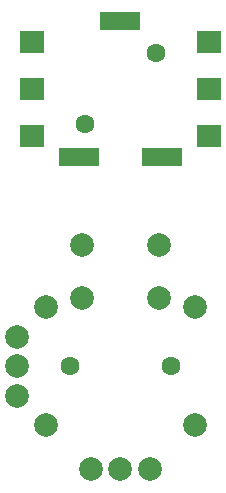
<source format=gbr>
%TF.GenerationSoftware,KiCad,Pcbnew,6.0.11-3.fc37*%
%TF.CreationDate,2023-09-06T08:49:03-04:00*%
%TF.ProjectId,gameKey-PCB-ThumbCluster,67616d65-4b65-4792-9d50-43422d546875,rev?*%
%TF.SameCoordinates,Original*%
%TF.FileFunction,Soldermask,Top*%
%TF.FilePolarity,Negative*%
%FSLAX46Y46*%
G04 Gerber Fmt 4.6, Leading zero omitted, Abs format (unit mm)*
G04 Created by KiCad (PCBNEW 6.0.11-3.fc37) date 2023-09-06 08:49:03*
%MOMM*%
%LPD*%
G01*
G04 APERTURE LIST*
%ADD10R,3.500000X1.500000*%
%ADD11C,1.600000*%
%ADD12R,2.000000X1.900000*%
%ADD13C,2.000000*%
G04 APERTURE END LIST*
D10*
%TO.C,NS1*%
X3500000Y17750000D03*
D11*
X3000000Y26500000D03*
D10*
X-3500000Y17750000D03*
X0Y29250000D03*
D11*
X-3000000Y20500000D03*
D12*
X-7500000Y27500000D03*
X-7500000Y23500000D03*
X-7500000Y19500000D03*
X7500000Y27500000D03*
X7500000Y23500000D03*
X7500000Y19500000D03*
%TD*%
D11*
%TO.C,JS1*%
X-4300000Y0D03*
D13*
X6325000Y-5000000D03*
X-6325000Y-5000000D03*
X-6325000Y5000000D03*
X6325000Y5000000D03*
D11*
X4300000Y0D03*
D13*
X-2500000Y-8730000D03*
X-8730000Y2500000D03*
X2500000Y-8730000D03*
X-8730000Y-2500000D03*
X-8730000Y0D03*
X0Y-8730000D03*
X3250000Y5750000D03*
X-3250000Y5750000D03*
X3250000Y10250000D03*
X-3250000Y10250000D03*
%TD*%
M02*

</source>
